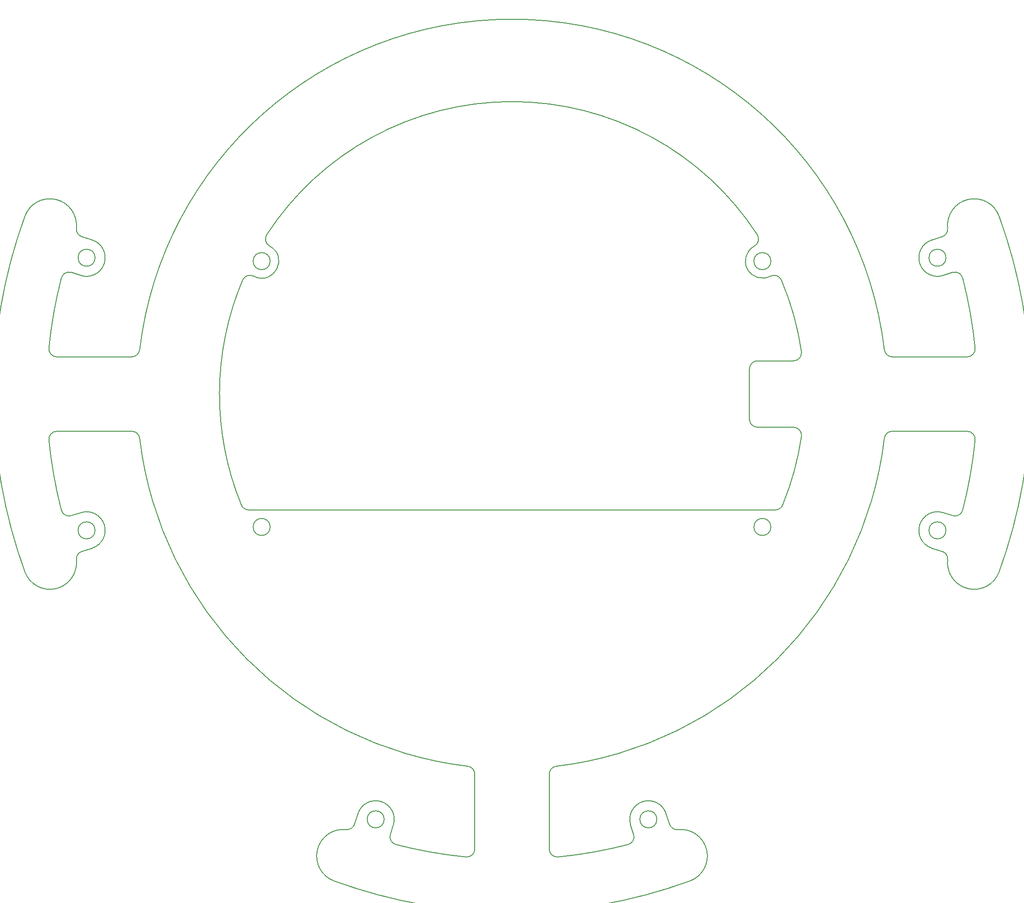
<source format=gbr>
%TF.GenerationSoftware,KiCad,Pcbnew,8.0.1*%
%TF.CreationDate,2024-07-22T16:32:21+09:00*%
%TF.ProjectId,Line-20240325,4c696e65-2d32-4303-9234-303332352e6b,rev?*%
%TF.SameCoordinates,Original*%
%TF.FileFunction,Profile,NP*%
%FSLAX46Y46*%
G04 Gerber Fmt 4.6, Leading zero omitted, Abs format (unit mm)*
G04 Created by KiCad (PCBNEW 8.0.1) date 2024-07-22 16:32:21*
%MOMM*%
%LPD*%
G01*
G04 APERTURE LIST*
%TA.AperFunction,Profile*%
%ADD10C,0.200000*%
%TD*%
G04 APERTURE END LIST*
D10*
X-24037930Y-79991853D02*
G75*
G02*
X-27237930Y-79991853I-1600000J0D01*
G01*
X-27237930Y-79991853D02*
G75*
G02*
X-24037930Y-79991853I1600000J0D01*
G01*
X27237930Y-79991853D02*
G75*
G02*
X24037930Y-79991853I-1600000J0D01*
G01*
X24037930Y-79991853D02*
G75*
G02*
X27237930Y-79991853I1600000J0D01*
G01*
X48673241Y-25000000D02*
G75*
G02*
X45473241Y-25000000I-1600000J0D01*
G01*
X45473241Y-25000000D02*
G75*
G02*
X48673241Y-25000000I1600000J0D01*
G01*
X48673241Y25000000D02*
G75*
G02*
X45473241Y25000000I-1600000J0D01*
G01*
X45473241Y25000000D02*
G75*
G02*
X48673241Y25000000I1600000J0D01*
G01*
X-45473241Y-25000000D02*
G75*
G02*
X-48673241Y-25000000I-1600000J0D01*
G01*
X-48673241Y-25000000D02*
G75*
G02*
X-45473241Y-25000000I1600000J0D01*
G01*
X-45473241Y25000000D02*
G75*
G02*
X-48673241Y25000000I-1600000J0D01*
G01*
X-48673241Y25000000D02*
G75*
G02*
X-45473241Y25000000I1600000J0D01*
G01*
X-50653145Y21430328D02*
G75*
G02*
X-48573601Y22173531I1381445J-584428D01*
G01*
X-50886916Y-20869159D02*
G75*
G02*
X-50653145Y21430328I50886916J20869159D01*
G01*
X-49499100Y-21800000D02*
G75*
G02*
X-50886924Y-20869162I0J1500000D01*
G01*
X49499091Y-21800000D02*
X-49499100Y-21800000D01*
X50886915Y-20869159D02*
G75*
G02*
X49499091Y-21799991I-1387815J569159D01*
G01*
X54419869Y-7967290D02*
G75*
G02*
X50886915Y-20869159I-54419869J7967290D01*
G01*
X52935700Y-6250000D02*
G75*
G02*
X54419878Y-7967291I0J-1500000D01*
G01*
X46153300Y-6250000D02*
X52935700Y-6250000D01*
X46153300Y-6250000D02*
G75*
G02*
X44653250Y-4762024I100J1500200D01*
G01*
X44653250Y4750000D02*
X44653250Y-4762024D01*
X44653250Y4750000D02*
G75*
G02*
X46153250Y6249950I1499950J0D01*
G01*
X52935692Y6250000D02*
X46153250Y6250000D01*
X54419869Y7967290D02*
G75*
G02*
X52935692Y6250009I-1484169J-217290D01*
G01*
X50653145Y21430328D02*
G75*
G02*
X54419870Y7967290I-50653145J-21430328D01*
G01*
X48568242Y22170687D02*
G75*
G02*
X50653135Y21430324I703458J-1324787D01*
G01*
X48573752Y22173612D02*
X48568242Y22170687D01*
X48573752Y22173613D02*
G75*
G02*
X45586061Y27833468I-1500552J2826387D01*
G01*
X45571707Y27825844D02*
X45586061Y27833467D01*
X46120522Y29964937D02*
G75*
G02*
X45571706Y27825845I-1257822J-817237D01*
G01*
X-46120521Y29964936D02*
G75*
G02*
X46120521Y29964936I46120521J-29964936D01*
G01*
X-45566164Y27822902D02*
G75*
G02*
X-46120511Y29964930I703464J1324798D01*
G01*
X-45572395Y27826210D02*
X-45566164Y27822901D01*
X-45572395Y27826210D02*
G75*
G02*
X-48573930Y22173750I-1500805J-2826210D01*
G01*
X-78391853Y-25637930D02*
G75*
G02*
X-81591853Y-25637930I-1600000J0D01*
G01*
X-81591853Y-25637930D02*
G75*
G02*
X-78391853Y-25637930I1600000J0D01*
G01*
X81591853Y-25637930D02*
G75*
G02*
X78391853Y-25637930I-1600000J0D01*
G01*
X78391853Y-25637930D02*
G75*
G02*
X81591853Y-25637930I1600000J0D01*
G01*
X81591853Y25637930D02*
G75*
G02*
X78391853Y25637930I-1600000J0D01*
G01*
X78391853Y25637930D02*
G75*
G02*
X81591853Y25637930I1600000J0D01*
G01*
X-78391853Y25637930D02*
G75*
G02*
X-81591853Y25637930I-1600000J0D01*
G01*
X-81591853Y25637930D02*
G75*
G02*
X-78391853Y25637930I1600000J0D01*
G01*
X87071565Y8648256D02*
G75*
G02*
X85584096Y6999999I-1492665J-148256D01*
G01*
X71496500Y7000000D02*
X85584096Y7000000D01*
X71496500Y7000000D02*
G75*
G02*
X70006990Y8322916I0J1500000D01*
G01*
X-70006998Y8322917D02*
G75*
G02*
X70006988Y8322916I70006993J-8322918D01*
G01*
X-70006999Y8322917D02*
G75*
G02*
X-71496508Y7000009I-1489501J177083D01*
G01*
X-85578900Y7000000D02*
X-71496508Y7000000D01*
X-85578900Y7000000D02*
G75*
G02*
X-87071556Y8648255I0J1500000D01*
G01*
X-87071565Y8648256D02*
G75*
G02*
X-84736488Y21816909I87071565J-8648256D01*
G01*
X-84736488Y21816909D02*
G75*
G02*
X-82830027Y22872608I1452688J-374109D01*
G01*
X-81060777Y22305154D02*
X-82830027Y22872608D01*
X-78924283Y28971141D02*
G75*
G02*
X-81060777Y22305155I-1067567J-3333211D01*
G01*
X-80882634Y29598365D02*
X-78924283Y28971141D01*
X-80882634Y29598366D02*
G75*
G02*
X-81916255Y31189702I457534J1428534D01*
G01*
X-91583314Y33447670D02*
G75*
G02*
X-81916264Y31189703I4696584J-1715270D01*
G01*
X-91583314Y-33447670D02*
G75*
G02*
X-91583314Y33447670I91583314J33447670D01*
G01*
X-81916273Y-31189704D02*
G75*
G02*
X-91583305Y-33447667I-4970457J-542696D01*
G01*
X-81916273Y-31189704D02*
G75*
G02*
X-80889632Y-29600607I1491173J162804D01*
G01*
X-78924283Y-28971141D02*
X-80889632Y-29600606D01*
X-81060777Y-22305154D02*
G75*
G02*
X-78924283Y-28971142I1068927J-3332776D01*
G01*
X-82825813Y-22871257D02*
X-81060777Y-22305154D01*
X-82825813Y-22871256D02*
G75*
G02*
X-84736469Y-21816904I-458087J1428256D01*
G01*
X-84736489Y-21816909D02*
G75*
G02*
X-87071562Y-8648253I84736689J21816909D01*
G01*
X-87071567Y-8648254D02*
G75*
G02*
X-85584096Y-6999998I1492667J148254D01*
G01*
X-71496500Y-6999999D02*
X-85584096Y-6999998D01*
X-71496500Y-6999999D02*
G75*
G02*
X-70006901Y-8322907I0J-1500101D01*
G01*
X-8322917Y-70006934D02*
G75*
G02*
X-70006960Y-8322914I8322927J70006974D01*
G01*
X-8322917Y-70006934D02*
G75*
G02*
X-6999990Y-71483655I-177183J-1489666D01*
G01*
X-7000000Y-85578900D02*
X-7000000Y-71483655D01*
X-7000000Y-85578900D02*
G75*
G02*
X-8648255Y-87071556I-1500000J0D01*
G01*
X-8648256Y-87071565D02*
G75*
G02*
X-21816909Y-84736488I8648256J87071565D01*
G01*
X-21816909Y-84736488D02*
G75*
G02*
X-22872505Y-82829703I374109J1452688D01*
G01*
X-22312789Y-81084580D02*
X-22872505Y-82829703D01*
X-28971153Y-78924320D02*
G75*
G02*
X-22312791Y-81084579I3333253J-1067580D01*
G01*
X-29598365Y-80882634D02*
X-28971153Y-78924320D01*
X-29598366Y-80882634D02*
G75*
G02*
X-31189702Y-81916255I-1428534J457534D01*
G01*
X-33447670Y-91583314D02*
G75*
G02*
X-31189703Y-81916264I1715270J4696584D01*
G01*
X33447670Y-91583313D02*
G75*
G02*
X-33447670Y-91583313I-33447670J91583316D01*
G01*
X31189704Y-81916273D02*
G75*
G02*
X33447667Y-91583305I542696J-4970457D01*
G01*
X31189704Y-81916273D02*
G75*
G02*
X29600543Y-80889435I-162804J1491173D01*
G01*
X28971166Y-78924361D02*
X29600543Y-80889435D01*
X22305179Y-81060855D02*
G75*
G02*
X28971083Y-78924387I3332721J1068955D01*
G01*
X22871257Y-82825813D02*
X22305179Y-81060855D01*
X22871256Y-82825813D02*
G75*
G02*
X21816904Y-84736469I-1428256J-458087D01*
G01*
X21816909Y-84736489D02*
G75*
G02*
X8648253Y-87071562I-21816909J84736689D01*
G01*
X8648254Y-87071567D02*
G75*
G02*
X6999997Y-85583798I-148254J1492667D01*
G01*
X6999999Y-71496400D02*
X6999998Y-85583798D01*
X6999999Y-71496400D02*
G75*
G02*
X8322920Y-70006977I1499901J0D01*
G01*
X70006979Y-8322915D02*
G75*
G02*
X8322915Y-70006935I-70006989J8322975D01*
G01*
X70006981Y-8322915D02*
G75*
G02*
X71491602Y-6999999I1489519J-177085D01*
G01*
X85578900Y-6999999D02*
X71491602Y-6999999D01*
X85578900Y-6999999D02*
G75*
G02*
X87071557Y-8648254I0J-1500001D01*
G01*
X87071565Y-8648255D02*
G75*
G02*
X84736488Y-21816909I-87071565J8648255D01*
G01*
X84736488Y-21816909D02*
G75*
G02*
X82829703Y-22872505I-1452688J374109D01*
G01*
X81073568Y-22309257D02*
X82829703Y-22872505D01*
X78924229Y-28971124D02*
G75*
G02*
X81073587Y-22309198I1067671J3333224D01*
G01*
X80882634Y-29598365D02*
X78924229Y-28971124D01*
X80882634Y-29598366D02*
G75*
G02*
X81916255Y-31189702I-457534J-1428534D01*
G01*
X91583314Y-33447670D02*
G75*
G02*
X81916207Y-31189697I-4696614J1715270D01*
G01*
X91583314Y33447670D02*
G75*
G02*
X91583314Y-33447670I-91583314J-33447670D01*
G01*
X81916273Y31189704D02*
G75*
G02*
X91583251Y33447647I4970427J542696D01*
G01*
X81916273Y31189704D02*
G75*
G02*
X80889632Y29600607I-1491173J-162804D01*
G01*
X78950044Y28979392D02*
X80889632Y29600606D01*
X81060843Y22305175D02*
G75*
G02*
X78950062Y28979334I-1068843J3332825D01*
G01*
X82825813Y22871257D02*
X81060843Y22305175D01*
X82825813Y22871256D02*
G75*
G02*
X84736469Y21816904I458087J-1428256D01*
G01*
X84736489Y21816909D02*
G75*
G02*
X87071566Y8648256I-84736489J-21816909D01*
G01*
M02*

</source>
